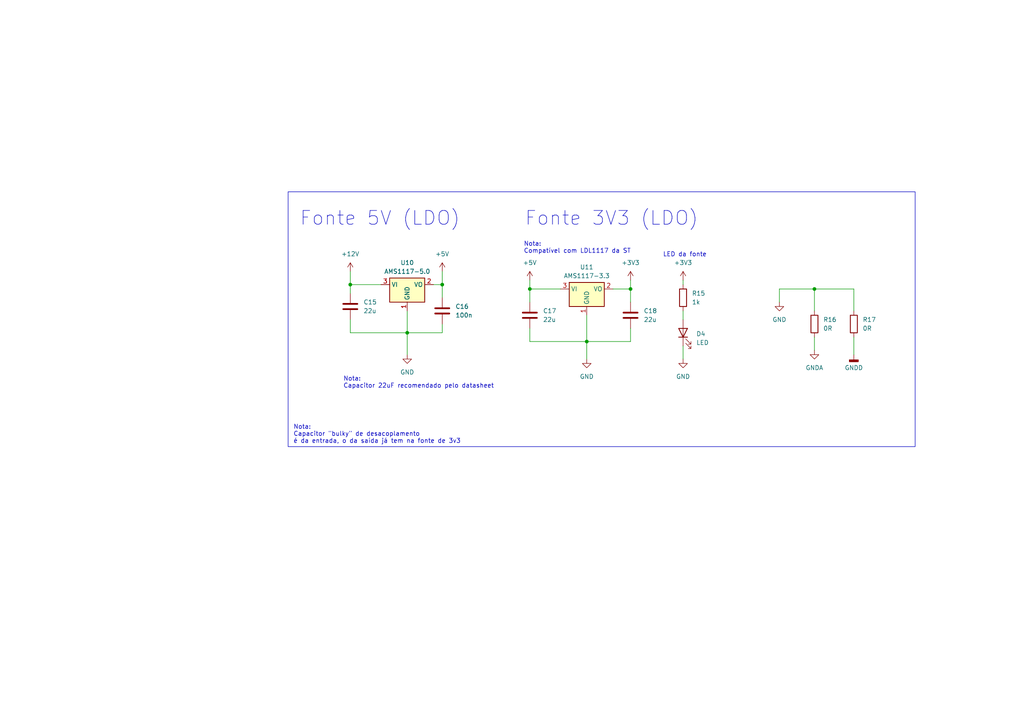
<source format=kicad_sch>
(kicad_sch (version 20231120) (generator "eeschema") (generator_version "8.0")
  (paper "A4")
  (lib_symbols
    (symbol "Device:C" (pin_numbers hide) (pin_names (offset 0.254))
      (property "Reference" "C" (at 0.635 2.54 0))
      (property "Value" "C" (at 0.635 -2.54 0))
      (symbol "C_0_1"
        (polyline (pts (xy -2.032 -0.762) (xy 2.032 -0.762)) (stroke (width 0.508)))
        (polyline (pts (xy -2.032 0.762) (xy 2.032 0.762)) (stroke (width 0.508)))
      )
      (symbol "C_1_1"
        (pin passive line (at 0 3.81 270) (length 2.794) (name "~") (number "1"))
        (pin passive line (at 0 -3.81 90) (length 2.794) (name "~") (number "2"))
      )
    )
    (symbol "Device:LED" (pin_numbers hide) (pin_names (offset 1.016) hide)
      (property "Reference" "D" (at 0 2.54 0))
      (property "Value" "LED" (at 0 -2.54 0))
      (symbol "LED_0_1"
        (polyline (pts (xy -1.27 -1.27) (xy -1.27 1.27)) (stroke (width 0.254)))
        (polyline (pts (xy -1.27 0) (xy 1.27 0)))
        (polyline (pts (xy 1.27 -1.27) (xy 1.27 1.27) (xy -1.27 0) (xy 1.27 -1.27)) (stroke (width 0.254)))
        (polyline (pts (xy -3.048 -0.762) (xy -4.572 -2.286) (xy -3.81 -2.286) (xy -4.572 -2.286) (xy -4.572 -1.524)))
        (polyline (pts (xy -1.778 -0.762) (xy -3.302 -2.286) (xy -2.54 -2.286) (xy -3.302 -2.286) (xy -3.302 -1.524)))
      )
      (symbol "LED_1_1"
        (pin passive line (at -3.81 0 0) (length 2.54) (name "K") (number "1"))
        (pin passive line (at 3.81 0 180) (length 2.54) (name "A") (number "2"))
      )
    )
    (symbol "Device:R" (pin_numbers hide) (pin_names (offset 0))
      (property "Reference" "R" (at 2.032 0 90))
      (property "Value" "R" (at 0 0 90))
      (symbol "R_0_1"
        (rectangle (start -1.016 -2.54) (end 1.016 2.54) (stroke (width 0.254)))
      )
      (symbol "R_1_1"
        (pin passive line (at 0 3.81 270) (length 1.27) (name "~") (number "1"))
        (pin passive line (at 0 -3.81 90) (length 1.27) (name "~") (number "2"))
      )
    )
    (symbol "Regulator_Linear:AMS1117-3.3"
      (property "Reference" "U" (at -3.81 3.175 0))
      (property "Value" "AMS1117-3.3" (at 0 3.175 0))
      (symbol "AMS1117-3.3_0_1"
        (rectangle (start -5.08 -5.08) (end 5.08 1.905) (stroke (width 0.254)) (fill (type background)))
      )
      (symbol "AMS1117-3.3_1_1"
        (pin power_in line (at 0 -7.62 90) (length 2.54) (name "GND") (number "1"))
        (pin power_out line (at 7.62 0 180) (length 2.54) (name "VO") (number "2"))
        (pin power_in line (at -7.62 0 0) (length 2.54) (name "VI") (number "3"))
      )
    )
    (symbol "Regulator_Linear:AMS1117-5.0"
      (property "Reference" "U" (at -3.81 3.175 0))
      (property "Value" "AMS1117-5.0" (at 0 3.175 0))
      (symbol "AMS1117-5.0_0_1"
        (rectangle (start -5.08 -5.08) (end 5.08 1.905) (stroke (width 0.254)) (fill (type background)))
      )
      (symbol "AMS1117-5.0_1_1"
        (pin power_in line (at 0 -7.62 90) (length 2.54) (name "GND") (number "1"))
        (pin power_out line (at 7.62 0 180) (length 2.54) (name "VO") (number "2"))
        (pin power_in line (at -7.62 0 0) (length 2.54) (name "VI") (number "3"))
      )
    )
    (symbol "power:+12V" (power) (pin_names (offset 0))
      (property "Value" "+12V" (at 0 3.556 0))
      (symbol "+12V_0_1"
        (polyline (pts (xy -0.762 1.27) (xy 0 2.54)))
        (polyline (pts (xy 0 0) (xy 0 2.54)))
        (polyline (pts (xy 0 2.54) (xy 0.762 1.27)))
      )
      (symbol "+12V_1_1"
        (pin power_in line (at 0 0 90) (length 0) hide (name "+12V") (number "1"))
      )
    )
    (symbol "power:+3V3" (power) (pin_names (offset 0))
      (property "Value" "+3V3" (at 0 3.556 0))
      (symbol "+3V3_0_1"
        (polyline (pts (xy -0.762 1.27) (xy 0 2.54)))
        (polyline (pts (xy 0 0) (xy 0 2.54)))
        (polyline (pts (xy 0 2.54) (xy 0.762 1.27)))
      )
      (symbol "+3V3_1_1"
        (pin power_in line (at 0 0 90) (length 0) hide (name "+3V3") (number "1"))
      )
    )
    (symbol "power:+5V" (power) (pin_names (offset 0))
      (property "Value" "+5V" (at 0 3.556 0))
      (symbol "+5V_0_1"
        (polyline (pts (xy -0.762 1.27) (xy 0 2.54)))
        (polyline (pts (xy 0 0) (xy 0 2.54)))
        (polyline (pts (xy 0 2.54) (xy 0.762 1.27)))
      )
      (symbol "+5V_1_1"
        (pin power_in line (at 0 0 90) (length 0) hide (name "+5V") (number "1"))
      )
    )
    (symbol "power:GND" (power) (pin_names (offset 0))
      (property "Value" "GND" (at 0 -3.81 0))
      (symbol "GND_0_1"
        (polyline (pts (xy 0 0) (xy 0 -1.27) (xy 1.27 -1.27) (xy 0 -2.54) (xy -1.27 -1.27) (xy 0 -1.27)))
      )
      (symbol "GND_1_1"
        (pin power_in line (at 0 0 270) (length 0) hide (name "GND") (number "1"))
      )
    )
    (symbol "power:GNDA" (power) (pin_names (offset 0))
      (property "Value" "GNDA" (at 0 -3.81 0))
      (symbol "GNDA_0_1"
        (polyline (pts (xy 0 0) (xy 0 -1.27) (xy 1.27 -1.27) (xy 0 -2.54) (xy -1.27 -1.27) (xy 0 -1.27)))
      )
      (symbol "GNDA_1_1"
        (pin power_in line (at 0 0 270) (length 0) hide (name "GNDA") (number "1"))
      )
    )
    (symbol "power:GNDD" (power) (pin_names (offset 0))
      (property "Value" "GNDD" (at 0 -3.175 0))
      (symbol "GNDD_0_1"
        (rectangle (start -1.27 -1.524) (end 1.27 -2.032) (stroke (width 0.254)) (fill (type outline)))
        (polyline (pts (xy 0 0) (xy 0 -1.524)))
      )
      (symbol "GNDD_1_1"
        (pin power_in line (at 0 0 270) (length 0) hide (name "GNDD") (number "1"))
      )
    )
  )
  (junction (at 128.27 82.55))
  (junction (at 182.88 83.82))
  (junction (at 170.18 99.06))
  (junction (at 153.67 83.82))
  (junction (at 101.6 82.55))
  (junction (at 236.22 83.82))
  (junction (at 118.11 96.52))
  (wire (pts (xy 118.11 96.52) (xy 118.11 102.87)))
  (wire (pts (xy 198.12 100.33) (xy 198.12 104.14)))
  (wire (pts (xy 128.27 78.74) (xy 128.27 82.55)))
  (wire (pts (xy 128.27 86.36) (xy 128.27 82.55)))
  (wire (pts (xy 153.67 99.06) (xy 153.67 95.25)))
  (wire (pts (xy 101.6 96.52) (xy 118.11 96.52)))
  (wire (pts (xy 247.65 90.17) (xy 247.65 83.82)))
  (wire (pts (xy 170.18 99.06) (xy 170.18 104.14)))
  (wire (pts (xy 182.88 95.25) (xy 182.88 99.06)))
  (wire (pts (xy 170.18 99.06) (xy 153.67 99.06)))
  (wire (pts (xy 226.06 83.82) (xy 236.22 83.82)))
  (wire (pts (xy 182.88 83.82) (xy 177.8 83.82)))
  (wire (pts (xy 198.12 81.28) (xy 198.12 82.55)))
  (wire (pts (xy 162.56 83.82) (xy 153.67 83.82)))
  (wire (pts (xy 118.11 96.52) (xy 118.11 90.17)))
  (wire (pts (xy 128.27 96.52) (xy 118.11 96.52)))
  (wire (pts (xy 101.6 82.55) (xy 101.6 85.09)))
  (wire (pts (xy 101.6 92.71) (xy 101.6 96.52)))
  (wire (pts (xy 198.12 90.17) (xy 198.12 92.71)))
  (wire (pts (xy 170.18 91.44) (xy 170.18 99.06)))
  (wire (pts (xy 182.88 99.06) (xy 170.18 99.06)))
  (wire (pts (xy 226.06 87.63) (xy 226.06 83.82)))
  (wire (pts (xy 128.27 93.98) (xy 128.27 96.52)))
  (wire (pts (xy 128.27 82.55) (xy 125.73 82.55)))
  (wire (pts (xy 236.22 83.82) (xy 247.65 83.82)))
  (wire (pts (xy 182.88 87.63) (xy 182.88 83.82)))
  (wire (pts (xy 182.88 81.28) (xy 182.88 83.82)))
  (wire (pts (xy 247.65 97.79) (xy 247.65 102.87)))
  (wire (pts (xy 101.6 78.74) (xy 101.6 82.55)))
  (wire (pts (xy 236.22 83.82) (xy 236.22 90.17)))
  (wire (pts (xy 236.22 97.79) (xy 236.22 101.6)))
  (wire (pts (xy 101.6 82.55) (xy 110.49 82.55)))
  (wire (pts (xy 153.67 83.82) (xy 153.67 87.63)))
  (wire (pts (xy 153.67 81.28) (xy 153.67 83.82)))
  (rectangle (start 83.566 55.626) (end 265.43 129.54))
  (text "Fonte 3V3 (LDO)" (at 152.146 65.786 0) (effects (font (size 4 4)) (justify left bottom)))
  (text "Nota:\nCompatível com LDL1117 da ST" (at 151.892 71.882 0) (effects (font (size 1.27 1.27)) (justify left)))
  (text "Nota:\nCapacitor \"bulky\" de desacoplamento \né da entrada, o da saída já tem na fonte de 3v3" (at 85.09 125.984 0) (effects (font (size 1.27 1.27)) (justify left)))
  (text "Nota:\nCapacitor 22uF recomendado pelo datasheet" (at 99.568 110.998 0) (effects (font (size 1.27 1.27)) (justify left)))
  (text "LED da fonte" (at 198.628 73.914 0) (effects (font (size 1.27 1.27))))
  (text "Fonte 5V (LDO)" (at 86.868 65.786 0) (effects (font (size 4 4)) (justify left bottom)))
  (symbol (lib_id "power:GNDD") (at 247.65 102.87 0) (unit 1)
    (property "Reference" "#PWR050" (effects (hide yes)))
    (property "Value" "GNDD" (at 247.65 106.68 0))
    (property "Description" "Power symbol creates a global label with name \"GNDD\" , digital ground" (effects (hide yes)))
  )
  (symbol (lib_id "power:GNDA") (at 236.22 101.6 0) (unit 1)
    (property "Reference" "#PWR048" (effects (hide yes)))
    (property "Value" "GNDA" (at 236.22 106.68 0))
    (property "Description" "Power symbol creates a global label with name \"GNDA\" , analog ground" (effects (hide yes)))
  )
  (symbol (lib_id "Device:C") (at 128.27 90.17 0) (unit 1)
    (property "Reference" "C16" (at 132.08 88.8999 0) (effects (justify left)))
    (property "Value" "100n" (at 132.08 91.4399 0) (effects (justify left)))
    (property "Footprint" "Capacitor_SMD:C_0603_1608Metric_Pad1.08x0.95mm_HandSolder" (effects (hide yes)))
    (property "Description" "Unpolarized capacitor" (effects (hide yes)))
  )
  (symbol (lib_id "power:+3V3") (at 182.88 81.28 0) (unit 1)
    (property "Reference" "#PWR045" (effects (hide yes)))
    (property "Value" "+3V3" (at 182.88 76.2 0))
    (property "Description" "Power symbol creates a global label with name \"+3V3\"" (effects (hide yes)))
  )
  (symbol (lib_id "power:GND") (at 118.11 102.87 0) (unit 1)
    (property "Reference" "#PWR049" (effects (hide yes)))
    (property "Value" "GND" (at 118.11 107.95 0))
    (property "Description" "Power symbol creates a global label with name \"GND\" , ground" (effects (hide yes)))
  )
  (symbol (lib_id "power:GND") (at 198.12 104.14 0) (unit 1)
    (property "Reference" "#PWR052" (effects (hide yes)))
    (property "Value" "GND" (at 198.12 109.22 0))
    (property "Description" "Power symbol creates a global label with name \"GND\" , ground" (effects (hide yes)))
  )
  (symbol (lib_id "Device:R") (at 247.65 93.98 0) (unit 1)
    (property "Reference" "R17" (at 250.19 92.7099 0) (effects (justify left)))
    (property "Value" "0R" (at 250.19 95.2499 0) (effects (justify left)))
    (property "Footprint" "Baja_Library:JumperPotencia" (effects (hide yes)))
    (property "Description" "Resistor" (effects (hide yes)))
  )
  (symbol (lib_id "power:+12V") (at 101.6 78.74 0) (unit 1)
    (property "Reference" "#PWR042" (effects (hide yes)))
    (property "Value" "+12V" (at 101.6 73.66 0))
    (property "Description" "Power symbol creates a global label with name \"+12V\"" (effects (hide yes)))
  )
  (symbol (lib_id "Device:C") (at 101.6 88.9 0) (unit 1)
    (property "Reference" "C15" (at 105.41 87.6299 0) (effects (justify left)))
    (property "Value" "22u" (at 105.41 90.1699 0) (effects (justify left)))
    (property "Footprint" "Capacitor_THT:CP_Radial_D6.3mm_P2.50mm" (effects (hide yes)))
    (property "Description" "Unpolarized capacitor" (effects (hide yes)))
  )
  (symbol (lib_id "Device:LED") (at 198.12 96.52 90) (unit 1)
    (property "Reference" "D4" (at 201.93 96.8374 90) (effects (justify right)))
    (property "Value" "LED" (at 201.93 99.3774 90) (effects (justify right)))
    (property "Footprint" "Baja_Library:LED_1210_HandSoldering" (effects (hide yes)))
    (property "Description" "Light emitting diode" (effects (hide yes)))
  )
  (symbol (lib_id "Device:C") (at 182.88 91.44 0) (unit 1)
    (property "Reference" "C18" (at 186.69 90.1699 0) (effects (justify left)))
    (property "Value" "22u" (at 186.69 92.7099 0) (effects (justify left)))
    (property "Footprint" "Capacitor_THT:CP_Radial_D6.3mm_P2.50mm" (effects (hide yes)))
    (property "Description" "Unpolarized capacitor" (effects (hide yes)))
  )
  (symbol (lib_id "power:+5V") (at 128.27 78.74 0) (unit 1)
    (property "Reference" "#PWR043" (effects (hide yes)))
    (property "Value" "+5V" (at 128.27 73.66 0))
    (property "Description" "Power symbol creates a global label with name \"+5V\"" (effects (hide yes)))
  )
  (symbol (lib_id "power:GND") (at 226.06 87.63 0) (unit 1)
    (property "Reference" "#PWR047" (effects (hide yes)))
    (property "Value" "GND" (at 226.06 92.71 0))
    (property "Description" "Power symbol creates a global label with name \"GND\" , ground" (effects (hide yes)))
  )
  (symbol (lib_id "power:+3V3") (at 198.12 81.28 0) (unit 1)
    (property "Reference" "#PWR046" (effects (hide yes)))
    (property "Value" "+3V3" (at 198.12 76.2 0))
    (property "Description" "Power symbol creates a global label with name \"+3V3\"" (effects (hide yes)))
  )
  (symbol (lib_id "Device:R") (at 236.22 93.98 0) (unit 1)
    (property "Reference" "R16" (at 238.76 92.7099 0) (effects (justify left)))
    (property "Value" "0R" (at 238.76 95.2499 0) (effects (justify left)))
    (property "Footprint" "Baja_Library:JumperPotencia" (effects (hide yes)))
    (property "Description" "Resistor" (effects (hide yes)))
  )
  (symbol (lib_id "Device:R") (at 198.12 86.36 0) (unit 1)
    (property "Reference" "R15" (at 200.66 85.0899 0) (effects (justify left)))
    (property "Value" "1k" (at 200.66 87.6299 0) (effects (justify left)))
    (property "Footprint" "Resistor_SMD:R_1206_3216Metric_Pad1.30x1.75mm_HandSolder" (effects (hide yes)))
    (property "Description" "Resistor" (effects (hide yes)))
  )
  (symbol (lib_id "Regulator_Linear:AMS1117-3.3") (at 170.18 83.82 0) (unit 1)
    (property "Reference" "U11" (at 170.18 77.47 0))
    (property "Value" "AMS1117-3.3" (at 170.18 80.01 0))
    (property "Footprint" "Package_TO_SOT_SMD:SOT-223-3_TabPin2" (effects (hide yes)))
    (property "Datasheet" "http://www.advanced-monolithic.com/pdf/ds1117.pdf" (effects (hide yes)))
    (property "Description" "1A Low Dropout regulator, positive, 3.3V fixed output, SOT-223" (effects (hide yes)))
  )
  (symbol (lib_id "power:+5V") (at 153.67 81.28 0) (unit 1)
    (property "Reference" "#PWR044" (effects (hide yes)))
    (property "Value" "+5V" (at 153.67 76.2 0))
    (property "Description" "Power symbol creates a global label with name \"+5V\"" (effects (hide yes)))
  )
  (symbol (lib_id "Device:C") (at 153.67 91.44 0) (unit 1)
    (property "Reference" "C17" (at 157.48 90.1699 0) (effects (justify left)))
    (property "Value" "22u" (at 157.48 92.7099 0) (effects (justify left)))
    (property "Footprint" "Capacitor_THT:CP_Radial_D6.3mm_P2.50mm" (effects (hide yes)))
    (property "Description" "Unpolarized capacitor" (effects (hide yes)))
  )
  (symbol (lib_id "Regulator_Linear:AMS1117-5.0") (at 118.11 82.55 0) (unit 1)
    (property "Reference" "U10" (at 118.11 76.2 0))
    (property "Value" "AMS1117-5.0" (at 118.11 78.74 0))
    (property "Footprint" "Package_TO_SOT_SMD:SOT-223-3_TabPin2" (effects (hide yes)))
    (property "Datasheet" "http://www.advanced-monolithic.com/pdf/ds1117.pdf" (effects (hide yes)))
    (property "Description" "1A Low Dropout regulator, positive, 5.0V fixed output, SOT-223" (effects (hide yes)))
  )
  (symbol (lib_id "power:GND") (at 170.18 104.14 0) (unit 1)
    (property "Reference" "#PWR051" (effects (hide yes)))
    (property "Value" "GND" (at 170.18 109.22 0))
    (property "Description" "Power symbol creates a global label with name \"GND\" , ground" (effects (hide yes)))
  )
)
</source>
